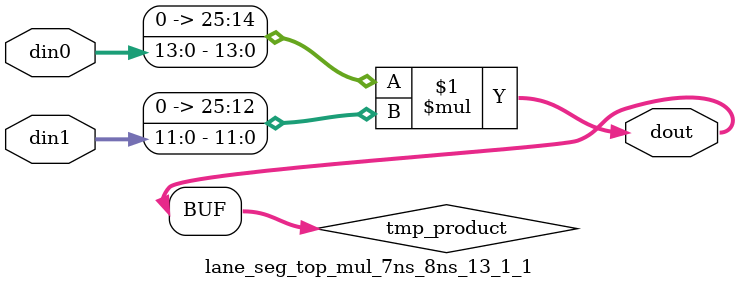
<source format=v>

`timescale 1 ns / 1 ps

  module lane_seg_top_mul_7ns_8ns_13_1_1(din0, din1, dout);
parameter ID = 1;
parameter NUM_STAGE = 0;
parameter din0_WIDTH = 14;
parameter din1_WIDTH = 12;
parameter dout_WIDTH = 26;

input [din0_WIDTH - 1 : 0] din0; 
input [din1_WIDTH - 1 : 0] din1; 
output [dout_WIDTH - 1 : 0] dout;

wire signed [dout_WIDTH - 1 : 0] tmp_product;










assign tmp_product = $signed({1'b0, din0}) * $signed({1'b0, din1});











assign dout = tmp_product;







endmodule

</source>
